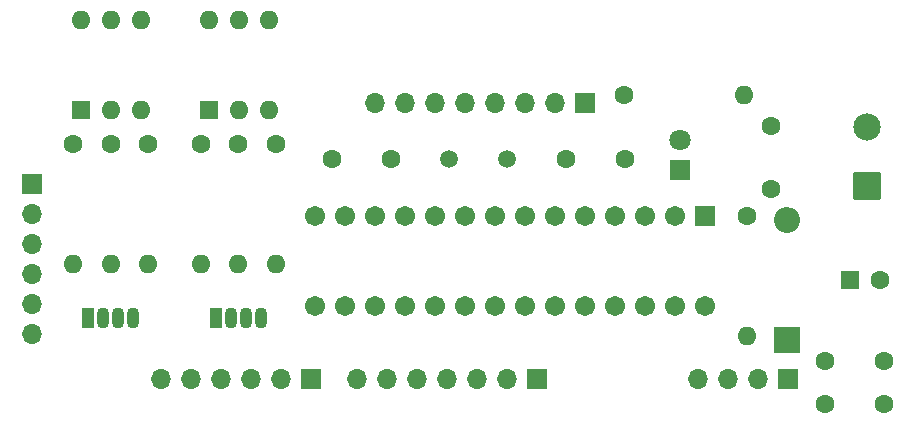
<source format=gts>
G04 #@! TF.GenerationSoftware,KiCad,Pcbnew,8.0.3*
G04 #@! TF.CreationDate,2024-10-07T11:20:20-06:00*
G04 #@! TF.ProjectId,Atmega328p Board,41746d65-6761-4333-9238-7020426f6172,rev?*
G04 #@! TF.SameCoordinates,Original*
G04 #@! TF.FileFunction,Soldermask,Top*
G04 #@! TF.FilePolarity,Negative*
%FSLAX46Y46*%
G04 Gerber Fmt 4.6, Leading zero omitted, Abs format (unit mm)*
G04 Created by KiCad (PCBNEW 8.0.3) date 2024-10-07 11:20:20*
%MOMM*%
%LPD*%
G01*
G04 APERTURE LIST*
G04 Aperture macros list*
%AMRoundRect*
0 Rectangle with rounded corners*
0 $1 Rounding radius*
0 $2 $3 $4 $5 $6 $7 $8 $9 X,Y pos of 4 corners*
0 Add a 4 corners polygon primitive as box body*
4,1,4,$2,$3,$4,$5,$6,$7,$8,$9,$2,$3,0*
0 Add four circle primitives for the rounded corners*
1,1,$1+$1,$2,$3*
1,1,$1+$1,$4,$5*
1,1,$1+$1,$6,$7*
1,1,$1+$1,$8,$9*
0 Add four rect primitives between the rounded corners*
20,1,$1+$1,$2,$3,$4,$5,0*
20,1,$1+$1,$4,$5,$6,$7,0*
20,1,$1+$1,$6,$7,$8,$9,0*
20,1,$1+$1,$8,$9,$2,$3,0*%
G04 Aperture macros list end*
%ADD10R,1.600000X1.600000*%
%ADD11C,1.600000*%
%ADD12O,1.600000X1.600000*%
%ADD13RoundRect,0.102000X-0.754000X0.754000X-0.754000X-0.754000X0.754000X-0.754000X0.754000X0.754000X0*%
%ADD14C,1.712000*%
%ADD15R,1.700000X1.700000*%
%ADD16O,1.700000X1.700000*%
%ADD17R,1.070000X1.800000*%
%ADD18O,1.070000X1.800000*%
%ADD19C,1.500000*%
%ADD20R,1.800000X1.800000*%
%ADD21C,1.800000*%
%ADD22R,2.200000X2.200000*%
%ADD23O,2.200000X2.200000*%
%ADD24RoundRect,0.102000X1.050000X-1.050000X1.050000X1.050000X-1.050000X1.050000X-1.050000X-1.050000X0*%
%ADD25C,2.304000*%
G04 APERTURE END LIST*
D10*
X213971815Y-105225534D03*
D11*
X216471815Y-105225534D03*
X148164466Y-93750534D03*
D12*
X148164466Y-103910534D03*
D13*
X201674466Y-99825534D03*
D14*
X199134466Y-99825534D03*
X196594466Y-99825534D03*
X194054466Y-99825534D03*
X191514466Y-99825534D03*
X188974466Y-99825534D03*
X186434466Y-99825534D03*
X183894466Y-99825534D03*
X181354466Y-99825534D03*
X178814466Y-99825534D03*
X176274466Y-99825534D03*
X173734466Y-99825534D03*
X171194466Y-99825534D03*
X168654466Y-99825534D03*
X168654466Y-107445534D03*
X171194466Y-107445534D03*
X173734466Y-107445534D03*
X176274466Y-107445534D03*
X178814466Y-107445534D03*
X181354466Y-107445534D03*
X183894466Y-107445534D03*
X186434466Y-107445534D03*
X188974466Y-107445534D03*
X191514466Y-107445534D03*
X194054466Y-107445534D03*
X196594466Y-107445534D03*
X199134466Y-107445534D03*
X201674466Y-107445534D03*
D11*
X205224466Y-99845534D03*
D12*
X205224466Y-110005534D03*
D15*
X191529466Y-90210534D03*
D16*
X188989466Y-90210534D03*
X186449466Y-90210534D03*
X183909466Y-90210534D03*
X181369466Y-90210534D03*
X178829466Y-90210534D03*
X176289466Y-90210534D03*
X173749466Y-90210534D03*
D17*
X149454466Y-108480534D03*
D18*
X150724466Y-108480534D03*
X151994466Y-108480534D03*
X153264466Y-108480534D03*
D11*
X165314466Y-93730534D03*
D12*
X165314466Y-103890534D03*
D10*
X148829466Y-90830534D03*
D12*
X151369466Y-90830534D03*
X153909466Y-90830534D03*
X153909466Y-83210534D03*
X151369466Y-83210534D03*
X148829466Y-83210534D03*
D11*
X194834466Y-89585534D03*
D12*
X204994466Y-89585534D03*
D19*
X180014466Y-94985534D03*
X184894466Y-94985534D03*
D20*
X199564466Y-95885534D03*
D21*
X199564466Y-93345534D03*
D10*
X159629466Y-90880534D03*
D12*
X162169466Y-90880534D03*
X164709466Y-90880534D03*
X164709466Y-83260534D03*
X162169466Y-83260534D03*
X159629466Y-83260534D03*
D15*
X144664466Y-97145534D03*
D16*
X144664466Y-99685534D03*
X144664466Y-102225534D03*
X144664466Y-104765534D03*
X144664466Y-107305534D03*
X144664466Y-109845534D03*
X201044466Y-113660534D03*
X203584466Y-113660534D03*
X206124466Y-113660534D03*
D15*
X208664466Y-113660534D03*
D11*
X207274466Y-92195534D03*
X207274466Y-97495534D03*
X162154466Y-93730534D03*
D12*
X162154466Y-103890534D03*
D11*
X211824466Y-115775534D03*
X216824466Y-115775534D03*
X154514466Y-93750534D03*
D12*
X154514466Y-103910534D03*
D17*
X160254466Y-108430534D03*
D18*
X161524466Y-108430534D03*
X162794466Y-108430534D03*
X164064466Y-108430534D03*
D11*
X175064466Y-94985534D03*
X170064466Y-94985534D03*
D15*
X187464466Y-113660534D03*
D16*
X184924466Y-113660534D03*
X182384466Y-113660534D03*
X179844466Y-113660534D03*
X177304466Y-113660534D03*
X174764466Y-113660534D03*
X172224466Y-113660534D03*
D11*
X189864466Y-94985534D03*
X194864466Y-94985534D03*
D15*
X168314466Y-113660534D03*
D16*
X165774466Y-113660534D03*
X163234466Y-113660534D03*
X160694466Y-113660534D03*
X158154466Y-113660534D03*
X155614466Y-113660534D03*
D22*
X208624466Y-110305534D03*
D23*
X208624466Y-100145534D03*
D11*
X158964466Y-93730534D03*
D12*
X158964466Y-103890534D03*
D11*
X151354466Y-93750534D03*
D12*
X151354466Y-103910534D03*
D11*
X211824466Y-112125534D03*
X216824466Y-112125534D03*
D24*
X215374466Y-97263034D03*
D25*
X215374466Y-92263034D03*
M02*

</source>
